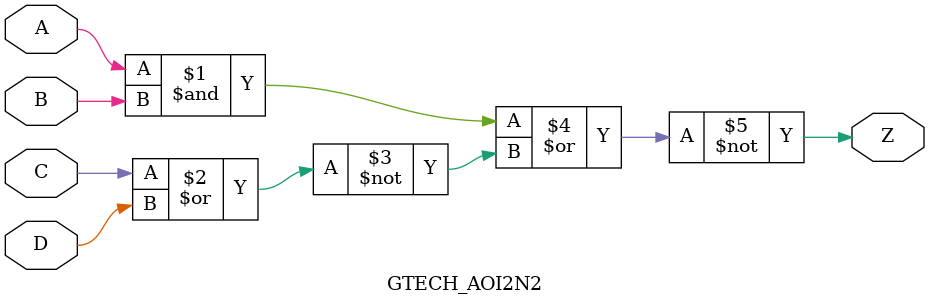
<source format=v>



module GTECH_AOI2N2 (A, B, C, D, Z);  
	input A, B, C, D;
	output Z;

	assign Z = ~( (A & B) | (~(C | D))  );
endmodule




</source>
